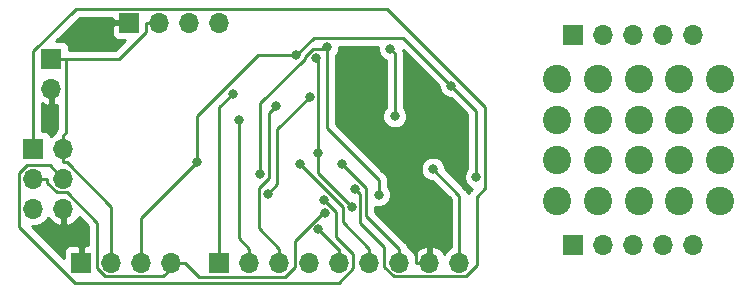
<source format=gbl>
G04 #@! TF.GenerationSoftware,KiCad,Pcbnew,5.0.2-bee76a0~70~ubuntu18.04.1*
G04 #@! TF.CreationDate,2019-02-19T10:43:49+11:00*
G04 #@! TF.ProjectId,BACEE,42414345-452e-46b6-9963-61645f706362,2*
G04 #@! TF.SameCoordinates,Original*
G04 #@! TF.FileFunction,Copper,L2,Bot*
G04 #@! TF.FilePolarity,Positive*
%FSLAX46Y46*%
G04 Gerber Fmt 4.6, Leading zero omitted, Abs format (unit mm)*
G04 Created by KiCad (PCBNEW 5.0.2-bee76a0~70~ubuntu18.04.1) date Tue 19 Feb 2019 10:43:49 AM AEDT*
%MOMM*%
%LPD*%
G01*
G04 APERTURE LIST*
G04 #@! TA.AperFunction,ComponentPad*
%ADD10R,1.700000X1.700000*%
G04 #@! TD*
G04 #@! TA.AperFunction,ComponentPad*
%ADD11O,1.700000X1.700000*%
G04 #@! TD*
G04 #@! TA.AperFunction,ComponentPad*
%ADD12C,2.400000*%
G04 #@! TD*
G04 #@! TA.AperFunction,ViaPad*
%ADD13C,0.800000*%
G04 #@! TD*
G04 #@! TA.AperFunction,Conductor*
%ADD14C,0.250000*%
G04 #@! TD*
G04 #@! TA.AperFunction,Conductor*
%ADD15C,0.254000*%
G04 #@! TD*
G04 APERTURE END LIST*
D10*
G04 #@! TO.P,BT1,1*
G04 #@! TO.N,/Vcc*
X98552000Y-96012000D03*
D11*
G04 #@! TO.P,BT1,2*
G04 #@! TO.N,GND*
X98552000Y-98552000D03*
G04 #@! TD*
G04 #@! TO.P,J2,4*
G04 #@! TO.N,/SCK*
X108712000Y-113284000D03*
G04 #@! TO.P,J2,3*
G04 #@! TO.N,/SDA*
X106172000Y-113284000D03*
G04 #@! TO.P,J2,2*
G04 #@! TO.N,/Vcc*
X103632000Y-113284000D03*
D10*
G04 #@! TO.P,J2,1*
G04 #@! TO.N,GND*
X101092000Y-113284000D03*
G04 #@! TD*
G04 #@! TO.P,J3,1*
G04 #@! TO.N,/D2*
X112776000Y-113284000D03*
D11*
G04 #@! TO.P,J3,2*
G04 #@! TO.N,/D3*
X115316000Y-113284000D03*
G04 #@! TO.P,J3,3*
G04 #@! TO.N,/D4*
X117856000Y-113284000D03*
G04 #@! TO.P,J3,4*
G04 #@! TO.N,/D5*
X120396000Y-113284000D03*
G04 #@! TO.P,J3,5*
G04 #@! TO.N,/D6*
X122936000Y-113284000D03*
G04 #@! TO.P,J3,6*
G04 #@! TO.N,/D7*
X125476000Y-113284000D03*
G04 #@! TO.P,J3,7*
G04 #@! TO.N,/D8*
X128016000Y-113284000D03*
G04 #@! TO.P,J3,8*
G04 #@! TO.N,GND*
X130556000Y-113284000D03*
G04 #@! TO.P,J3,9*
G04 #@! TO.N,/Vcc*
X133096000Y-113284000D03*
G04 #@! TD*
D10*
G04 #@! TO.P,J4,1*
G04 #@! TO.N,GND*
X105156000Y-92964000D03*
D11*
G04 #@! TO.P,J4,2*
G04 #@! TO.N,/Vcc*
X107696000Y-92964000D03*
G04 #@! TO.P,J4,3*
G04 #@! TO.N,/RX*
X110236000Y-92964000D03*
G04 #@! TO.P,J4,4*
G04 #@! TO.N,/TX*
X112776000Y-92964000D03*
G04 #@! TD*
D10*
G04 #@! TO.P,J5,1*
G04 #@! TO.N,/MISO*
X97028000Y-103632000D03*
D11*
G04 #@! TO.P,J5,2*
G04 #@! TO.N,/Vcc*
X99568000Y-103632000D03*
G04 #@! TO.P,J5,3*
G04 #@! TO.N,/SCK*
X97028000Y-106172000D03*
G04 #@! TO.P,J5,4*
G04 #@! TO.N,/MOSI*
X99568000Y-106172000D03*
G04 #@! TO.P,J5,5*
G04 #@! TO.N,/RESET*
X97028000Y-108712000D03*
G04 #@! TO.P,J5,6*
G04 #@! TO.N,GND*
X99568000Y-108712000D03*
G04 #@! TD*
D10*
G04 #@! TO.P,J1,1*
G04 #@! TO.N,GND*
X142748000Y-93980000D03*
D11*
G04 #@! TO.P,J1,2*
X145288000Y-93980000D03*
G04 #@! TO.P,J1,3*
X147828000Y-93980000D03*
G04 #@! TO.P,J1,4*
X150368000Y-93980000D03*
G04 #@! TO.P,J1,5*
X152908000Y-93980000D03*
G04 #@! TD*
G04 #@! TO.P,J6,5*
G04 #@! TO.N,/Vcc*
X152908000Y-111760000D03*
G04 #@! TO.P,J6,4*
X150368000Y-111760000D03*
G04 #@! TO.P,J6,3*
X147828000Y-111760000D03*
G04 #@! TO.P,J6,2*
X145288000Y-111760000D03*
D10*
G04 #@! TO.P,J6,1*
X142748000Y-111760000D03*
G04 #@! TD*
D12*
G04 #@! TO.P,J7,1*
G04 #@! TO.N,Net-(J7-Pad1)*
X141359000Y-101187000D03*
G04 #@! TD*
G04 #@! TO.P,J8,1*
G04 #@! TO.N,Net-(J8-Pad1)*
X144809000Y-101187000D03*
G04 #@! TD*
G04 #@! TO.P,J9,1*
G04 #@! TO.N,Net-(J9-Pad1)*
X141359000Y-104637000D03*
G04 #@! TD*
G04 #@! TO.P,J10,1*
G04 #@! TO.N,Net-(J10-Pad1)*
X148259000Y-97737000D03*
G04 #@! TD*
G04 #@! TO.P,J11,1*
G04 #@! TO.N,Net-(J11-Pad1)*
X144809000Y-104637000D03*
G04 #@! TD*
G04 #@! TO.P,J12,1*
G04 #@! TO.N,Net-(J12-Pad1)*
X148259000Y-101187000D03*
G04 #@! TD*
G04 #@! TO.P,J13,1*
G04 #@! TO.N,Net-(J13-Pad1)*
X141359000Y-108087000D03*
G04 #@! TD*
G04 #@! TO.P,J14,1*
G04 #@! TO.N,Net-(J14-Pad1)*
X151709000Y-97737000D03*
G04 #@! TD*
G04 #@! TO.P,J15,1*
G04 #@! TO.N,Net-(J15-Pad1)*
X141359000Y-97737000D03*
G04 #@! TD*
G04 #@! TO.P,J16,1*
G04 #@! TO.N,Net-(J16-Pad1)*
X148259000Y-104637000D03*
G04 #@! TD*
G04 #@! TO.P,J17,1*
G04 #@! TO.N,Net-(J17-Pad1)*
X151709000Y-101187000D03*
G04 #@! TD*
G04 #@! TO.P,J18,1*
G04 #@! TO.N,Net-(J18-Pad1)*
X155159000Y-97737000D03*
G04 #@! TD*
G04 #@! TO.P,J19,1*
G04 #@! TO.N,Net-(J19-Pad1)*
X148259000Y-108087000D03*
G04 #@! TD*
G04 #@! TO.P,J20,1*
G04 #@! TO.N,Net-(J20-Pad1)*
X151709000Y-104637000D03*
G04 #@! TD*
G04 #@! TO.P,J21,1*
G04 #@! TO.N,Net-(J21-Pad1)*
X155159000Y-101187000D03*
G04 #@! TD*
G04 #@! TO.P,J22,1*
G04 #@! TO.N,Net-(J22-Pad1)*
X151709000Y-108087000D03*
G04 #@! TD*
G04 #@! TO.P,J23,1*
G04 #@! TO.N,Net-(J23-Pad1)*
X155159000Y-104637000D03*
G04 #@! TD*
G04 #@! TO.P,J24,1*
G04 #@! TO.N,Net-(J24-Pad1)*
X155159000Y-108087000D03*
G04 #@! TD*
G04 #@! TO.P,J25,1*
G04 #@! TO.N,Net-(J25-Pad1)*
X144809000Y-108087000D03*
G04 #@! TD*
G04 #@! TO.P,J26,1*
G04 #@! TO.N,Net-(J26-Pad1)*
X144809000Y-97737000D03*
G04 #@! TD*
D13*
G04 #@! TO.N,/Vcc*
X130836700Y-105348200D03*
G04 #@! TO.N,GND*
X126116700Y-101902900D03*
X126709800Y-105356600D03*
G04 #@! TO.N,Net-(C1-Pad1)*
X120950600Y-95966700D03*
X121135400Y-104007400D03*
X123980900Y-108547000D03*
G04 #@! TO.N,Net-(C2-Pad1)*
X126278500Y-107554500D03*
X121894400Y-95007500D03*
X116248300Y-105818000D03*
G04 #@! TO.N,/SCK*
X121687700Y-109068200D03*
G04 #@! TO.N,/SDA*
X119276800Y-95736800D03*
X134516100Y-106045000D03*
X110909200Y-104791400D03*
X132416300Y-98332000D03*
G04 #@! TO.N,/D2*
X113888200Y-98980000D03*
G04 #@! TO.N,/D3*
X114429800Y-101176200D03*
G04 #@! TO.N,/D4*
X117573900Y-100069100D03*
G04 #@! TO.N,/D6*
X121156700Y-110467600D03*
G04 #@! TO.N,/D7*
X119576700Y-104898200D03*
G04 #@! TO.N,/D8*
X123147000Y-104953600D03*
G04 #@! TO.N,/MISO*
X124252500Y-107052000D03*
G04 #@! TO.N,/MOSI*
X121622900Y-107974000D03*
G04 #@! TO.N,/RESET*
X116856800Y-107490300D03*
X120406300Y-99262900D03*
G04 #@! TO.N,/ADDS1*
X127228700Y-95206000D03*
X127603400Y-100892600D03*
G04 #@! TD*
D14*
G04 #@! TO.N,/Vcc*
X133096000Y-113284000D02*
X133096000Y-107607500D01*
X133096000Y-107607500D02*
X130836700Y-105348200D01*
X99568000Y-104807300D02*
X99890600Y-104807300D01*
X99890600Y-104807300D02*
X103632000Y-108548700D01*
X103632000Y-108548700D02*
X103632000Y-113284000D01*
X99568000Y-103632000D02*
X99568000Y-102456700D01*
X99746800Y-96012000D02*
X98552000Y-96012000D01*
X106520700Y-92964000D02*
X106520700Y-93772000D01*
X106520700Y-93772000D02*
X104280700Y-96012000D01*
X104280700Y-96012000D02*
X99746800Y-96012000D01*
X99746800Y-96012000D02*
X99746800Y-102277900D01*
X99746800Y-102277900D02*
X99568000Y-102456700D01*
X99568000Y-103632000D02*
X99568000Y-104807300D01*
X107696000Y-92964000D02*
X106520700Y-92964000D01*
G04 #@! TO.N,GND*
X129380700Y-113284000D02*
X129380700Y-108027500D01*
X129380700Y-108027500D02*
X126709800Y-105356600D01*
X126116700Y-101902900D02*
X126116700Y-104763500D01*
X126116700Y-104763500D02*
X126709800Y-105356600D01*
X99568000Y-108712000D02*
X99568000Y-109887300D01*
X99568000Y-109887300D02*
X101092000Y-111411300D01*
X101092000Y-111411300D02*
X101092000Y-113284000D01*
X130556000Y-113284000D02*
X129380700Y-113284000D01*
G04 #@! TO.N,Net-(C1-Pad1)*
X121135400Y-104007400D02*
X121135400Y-105701500D01*
X121135400Y-105701500D02*
X123980900Y-108547000D01*
X121135400Y-104007400D02*
X121135400Y-96151500D01*
X121135400Y-96151500D02*
X120950600Y-95966700D01*
G04 #@! TO.N,Net-(C2-Pad1)*
X121860800Y-95228000D02*
X121860800Y-101865300D01*
X121860800Y-101865300D02*
X126278500Y-106283000D01*
X126278500Y-106283000D02*
X126278500Y-107554500D01*
X121894400Y-95007500D02*
X121860800Y-95041100D01*
X121860800Y-95041100D02*
X121860800Y-95228000D01*
X116248300Y-105818000D02*
X116248300Y-99791100D01*
X116248300Y-99791100D02*
X120002100Y-96037300D01*
X120002100Y-96037300D02*
X120002100Y-95889500D01*
X120002100Y-95889500D02*
X120663600Y-95228000D01*
X120663600Y-95228000D02*
X121860800Y-95228000D01*
G04 #@! TO.N,/SCK*
X121687700Y-109068200D02*
X121530400Y-109068200D01*
X121530400Y-109068200D02*
X119180400Y-111418200D01*
X119180400Y-111418200D02*
X119180400Y-113645400D01*
X119180400Y-113645400D02*
X118349600Y-114476200D01*
X118349600Y-114476200D02*
X111079500Y-114476200D01*
X111079500Y-114476200D02*
X109887300Y-113284000D01*
X109182700Y-113284000D02*
X108003000Y-114463700D01*
X108003000Y-114463700D02*
X103122000Y-114463700D01*
X103122000Y-114463700D02*
X102433900Y-113775600D01*
X102433900Y-113775600D02*
X102433900Y-109910800D01*
X102433900Y-109910800D02*
X99870400Y-107347300D01*
X99870400Y-107347300D02*
X99011200Y-107347300D01*
X99011200Y-107347300D02*
X98203300Y-106539400D01*
X98203300Y-106539400D02*
X98203300Y-106172000D01*
X97028000Y-106172000D02*
X98203300Y-106172000D01*
X109299700Y-113284000D02*
X109887300Y-113284000D01*
X108712000Y-113284000D02*
X109182700Y-113284000D01*
X109299700Y-113284000D02*
X109182700Y-113284000D01*
G04 #@! TO.N,/SDA*
X119276800Y-95736800D02*
X120760700Y-94252900D01*
X120760700Y-94252900D02*
X128337200Y-94252900D01*
X128337200Y-94252900D02*
X132416300Y-98332000D01*
X110909200Y-104791400D02*
X110909200Y-100870900D01*
X110909200Y-100870900D02*
X116043300Y-95736800D01*
X116043300Y-95736800D02*
X119276800Y-95736800D01*
X106172000Y-112583800D02*
X106172000Y-109528600D01*
X106172000Y-109528600D02*
X110909200Y-104791400D01*
X132416300Y-98332000D02*
X134516100Y-100431800D01*
X134516100Y-100431800D02*
X134516100Y-106045000D01*
X106172000Y-113284000D02*
X106172000Y-112583800D01*
G04 #@! TO.N,/D2*
X113888200Y-98980000D02*
X112776000Y-100092200D01*
X112776000Y-100092200D02*
X112776000Y-112108700D01*
X112776000Y-113284000D02*
X112776000Y-112108700D01*
G04 #@! TO.N,/D3*
X115316000Y-113284000D02*
X115316000Y-112108700D01*
X114429800Y-101176200D02*
X114429800Y-111222500D01*
X114429800Y-111222500D02*
X115316000Y-112108700D01*
G04 #@! TO.N,/D4*
X117856000Y-113284000D02*
X117856000Y-112108700D01*
X117573900Y-100069100D02*
X117000000Y-100643000D01*
X117000000Y-100643000D02*
X117000000Y-106095400D01*
X117000000Y-106095400D02*
X116097100Y-106998300D01*
X116097100Y-106998300D02*
X116097100Y-110349800D01*
X116097100Y-110349800D02*
X117856000Y-112108700D01*
G04 #@! TO.N,/D6*
X122936000Y-113284000D02*
X122936000Y-112108700D01*
X121156700Y-110467600D02*
X122797800Y-112108700D01*
X122797800Y-112108700D02*
X122936000Y-112108700D01*
G04 #@! TO.N,/D7*
X125476000Y-112108700D02*
X123255500Y-109888200D01*
X123255500Y-109888200D02*
X123255500Y-108577000D01*
X123255500Y-108577000D02*
X119576700Y-104898200D01*
X125476000Y-113284000D02*
X125476000Y-112108700D01*
G04 #@! TO.N,/D8*
X128016000Y-112108700D02*
X125221100Y-109313800D01*
X125221100Y-109313800D02*
X125221100Y-106994800D01*
X125221100Y-106994800D02*
X123179900Y-104953600D01*
X123179900Y-104953600D02*
X123147000Y-104953600D01*
X128016000Y-113284000D02*
X128016000Y-112108700D01*
G04 #@! TO.N,/MISO*
X124252500Y-107052000D02*
X124714400Y-107513900D01*
X124714400Y-107513900D02*
X124714400Y-109926700D01*
X124714400Y-109926700D02*
X126746000Y-111958300D01*
X126746000Y-111958300D02*
X126746000Y-113677900D01*
X126746000Y-113677900D02*
X127529000Y-114460900D01*
X127529000Y-114460900D02*
X133617100Y-114460900D01*
X133617100Y-114460900D02*
X134553100Y-113524900D01*
X134553100Y-113524900D02*
X134553100Y-107705600D01*
X134553100Y-107705600D02*
X135282100Y-106976600D01*
X135282100Y-106976600D02*
X135282100Y-100091100D01*
X135282100Y-100091100D02*
X126979600Y-91788600D01*
X126979600Y-91788600D02*
X100609600Y-91788600D01*
X100609600Y-91788600D02*
X97028000Y-95370200D01*
X97028000Y-95370200D02*
X97028000Y-103632000D01*
G04 #@! TO.N,/MOSI*
X121622900Y-107974000D02*
X122645900Y-108997000D01*
X122645900Y-108997000D02*
X122645900Y-111093700D01*
X122645900Y-111093700D02*
X124121400Y-112569200D01*
X124121400Y-112569200D02*
X124121400Y-113785900D01*
X124121400Y-113785900D02*
X122926700Y-114980600D01*
X122926700Y-114980600D02*
X100577300Y-114980600D01*
X100577300Y-114980600D02*
X95834900Y-110238200D01*
X95834900Y-110238200D02*
X95834900Y-105674300D01*
X95834900Y-105674300D02*
X96512600Y-104996600D01*
X96512600Y-104996600D02*
X98392600Y-104996600D01*
X98392600Y-104996600D02*
X99568000Y-106172000D01*
G04 #@! TO.N,/RESET*
X116856800Y-107490300D02*
X117675300Y-106671800D01*
X117675300Y-106671800D02*
X117675300Y-101993900D01*
X117675300Y-101993900D02*
X120406300Y-99262900D01*
G04 #@! TO.N,/ADDS1*
X127228700Y-95206000D02*
X127603400Y-95580700D01*
X127603400Y-95580700D02*
X127603400Y-100892600D01*
G04 #@! TD*
D15*
G04 #@! TO.N,GND*
G36*
X126193700Y-95411874D02*
X126351269Y-95792280D01*
X126642420Y-96083431D01*
X126843400Y-96166680D01*
X126843401Y-100188888D01*
X126725969Y-100306320D01*
X126568400Y-100686726D01*
X126568400Y-101098474D01*
X126725969Y-101478880D01*
X127017120Y-101770031D01*
X127397526Y-101927600D01*
X127809274Y-101927600D01*
X128189680Y-101770031D01*
X128480831Y-101478880D01*
X128638400Y-101098474D01*
X128638400Y-100686726D01*
X128480831Y-100306320D01*
X128363400Y-100188889D01*
X128363400Y-95655548D01*
X128378288Y-95580700D01*
X128363400Y-95505852D01*
X128363400Y-95505848D01*
X128325671Y-95316172D01*
X131381300Y-98371802D01*
X131381300Y-98537874D01*
X131538869Y-98918280D01*
X131830020Y-99209431D01*
X132210426Y-99367000D01*
X132376499Y-99367000D01*
X133756100Y-100746602D01*
X133756101Y-105341288D01*
X133638669Y-105458720D01*
X133481100Y-105839126D01*
X133481100Y-106250874D01*
X133638669Y-106631280D01*
X133929820Y-106922431D01*
X134164331Y-107019568D01*
X134068628Y-107115271D01*
X134005172Y-107157671D01*
X133962772Y-107221127D01*
X133962771Y-107221128D01*
X133837197Y-107409063D01*
X133834307Y-107423591D01*
X133811904Y-107310963D01*
X133811904Y-107310962D01*
X133686329Y-107123027D01*
X133643929Y-107059571D01*
X133580473Y-107017171D01*
X131871700Y-105308399D01*
X131871700Y-105142326D01*
X131714131Y-104761920D01*
X131422980Y-104470769D01*
X131042574Y-104313200D01*
X130630826Y-104313200D01*
X130250420Y-104470769D01*
X129959269Y-104761920D01*
X129801700Y-105142326D01*
X129801700Y-105554074D01*
X129959269Y-105934480D01*
X130250420Y-106225631D01*
X130630826Y-106383200D01*
X130796899Y-106383200D01*
X132336001Y-107922303D01*
X132336000Y-112005822D01*
X132025375Y-112213375D01*
X131812157Y-112532478D01*
X131751183Y-112402642D01*
X131322924Y-112012355D01*
X130912890Y-111842524D01*
X130683000Y-111963845D01*
X130683000Y-113157000D01*
X130703000Y-113157000D01*
X130703000Y-113411000D01*
X130683000Y-113411000D01*
X130683000Y-113431000D01*
X130429000Y-113431000D01*
X130429000Y-113411000D01*
X130409000Y-113411000D01*
X130409000Y-113157000D01*
X130429000Y-113157000D01*
X130429000Y-111963845D01*
X130199110Y-111842524D01*
X129789076Y-112012355D01*
X129360817Y-112402642D01*
X129299843Y-112532478D01*
X129086625Y-112213375D01*
X128769571Y-112001526D01*
X128731904Y-111812163D01*
X128661618Y-111706972D01*
X128606329Y-111624226D01*
X128606327Y-111624224D01*
X128563929Y-111560771D01*
X128500476Y-111518373D01*
X125981100Y-108998999D01*
X125981100Y-108551589D01*
X126072626Y-108589500D01*
X126484374Y-108589500D01*
X126864780Y-108431931D01*
X127155931Y-108140780D01*
X127313500Y-107760374D01*
X127313500Y-107348626D01*
X127155931Y-106968220D01*
X127038500Y-106850789D01*
X127038500Y-106357846D01*
X127053388Y-106282999D01*
X127038500Y-106208152D01*
X127038500Y-106208148D01*
X126994404Y-105986463D01*
X126826429Y-105735071D01*
X126762973Y-105692671D01*
X122620800Y-101550499D01*
X122620800Y-95744811D01*
X122771831Y-95593780D01*
X122929400Y-95213374D01*
X122929400Y-95012900D01*
X126193700Y-95012900D01*
X126193700Y-95411874D01*
X126193700Y-95411874D01*
G37*
X126193700Y-95411874D02*
X126351269Y-95792280D01*
X126642420Y-96083431D01*
X126843400Y-96166680D01*
X126843401Y-100188888D01*
X126725969Y-100306320D01*
X126568400Y-100686726D01*
X126568400Y-101098474D01*
X126725969Y-101478880D01*
X127017120Y-101770031D01*
X127397526Y-101927600D01*
X127809274Y-101927600D01*
X128189680Y-101770031D01*
X128480831Y-101478880D01*
X128638400Y-101098474D01*
X128638400Y-100686726D01*
X128480831Y-100306320D01*
X128363400Y-100188889D01*
X128363400Y-95655548D01*
X128378288Y-95580700D01*
X128363400Y-95505852D01*
X128363400Y-95505848D01*
X128325671Y-95316172D01*
X131381300Y-98371802D01*
X131381300Y-98537874D01*
X131538869Y-98918280D01*
X131830020Y-99209431D01*
X132210426Y-99367000D01*
X132376499Y-99367000D01*
X133756100Y-100746602D01*
X133756101Y-105341288D01*
X133638669Y-105458720D01*
X133481100Y-105839126D01*
X133481100Y-106250874D01*
X133638669Y-106631280D01*
X133929820Y-106922431D01*
X134164331Y-107019568D01*
X134068628Y-107115271D01*
X134005172Y-107157671D01*
X133962772Y-107221127D01*
X133962771Y-107221128D01*
X133837197Y-107409063D01*
X133834307Y-107423591D01*
X133811904Y-107310963D01*
X133811904Y-107310962D01*
X133686329Y-107123027D01*
X133643929Y-107059571D01*
X133580473Y-107017171D01*
X131871700Y-105308399D01*
X131871700Y-105142326D01*
X131714131Y-104761920D01*
X131422980Y-104470769D01*
X131042574Y-104313200D01*
X130630826Y-104313200D01*
X130250420Y-104470769D01*
X129959269Y-104761920D01*
X129801700Y-105142326D01*
X129801700Y-105554074D01*
X129959269Y-105934480D01*
X130250420Y-106225631D01*
X130630826Y-106383200D01*
X130796899Y-106383200D01*
X132336001Y-107922303D01*
X132336000Y-112005822D01*
X132025375Y-112213375D01*
X131812157Y-112532478D01*
X131751183Y-112402642D01*
X131322924Y-112012355D01*
X130912890Y-111842524D01*
X130683000Y-111963845D01*
X130683000Y-113157000D01*
X130703000Y-113157000D01*
X130703000Y-113411000D01*
X130683000Y-113411000D01*
X130683000Y-113431000D01*
X130429000Y-113431000D01*
X130429000Y-113411000D01*
X130409000Y-113411000D01*
X130409000Y-113157000D01*
X130429000Y-113157000D01*
X130429000Y-111963845D01*
X130199110Y-111842524D01*
X129789076Y-112012355D01*
X129360817Y-112402642D01*
X129299843Y-112532478D01*
X129086625Y-112213375D01*
X128769571Y-112001526D01*
X128731904Y-111812163D01*
X128661618Y-111706972D01*
X128606329Y-111624226D01*
X128606327Y-111624224D01*
X128563929Y-111560771D01*
X128500476Y-111518373D01*
X125981100Y-108998999D01*
X125981100Y-108551589D01*
X126072626Y-108589500D01*
X126484374Y-108589500D01*
X126864780Y-108431931D01*
X127155931Y-108140780D01*
X127313500Y-107760374D01*
X127313500Y-107348626D01*
X127155931Y-106968220D01*
X127038500Y-106850789D01*
X127038500Y-106357846D01*
X127053388Y-106282999D01*
X127038500Y-106208152D01*
X127038500Y-106208148D01*
X126994404Y-105986463D01*
X126826429Y-105735071D01*
X126762973Y-105692671D01*
X122620800Y-101550499D01*
X122620800Y-95744811D01*
X122771831Y-95593780D01*
X122929400Y-95213374D01*
X122929400Y-95012900D01*
X126193700Y-95012900D01*
X126193700Y-95411874D01*
G36*
X99695000Y-108585000D02*
X99715000Y-108585000D01*
X99715000Y-108839000D01*
X99695000Y-108839000D01*
X99695000Y-110032819D01*
X99924892Y-110153486D01*
X100449358Y-109907183D01*
X100839645Y-109478924D01*
X100865295Y-109416997D01*
X101673901Y-110225604D01*
X101673901Y-111799000D01*
X101377750Y-111799000D01*
X101219000Y-111957750D01*
X101219000Y-113157000D01*
X101239000Y-113157000D01*
X101239000Y-113411000D01*
X101219000Y-113411000D01*
X101219000Y-113431000D01*
X100965000Y-113431000D01*
X100965000Y-113411000D01*
X100945000Y-113411000D01*
X100945000Y-113157000D01*
X100965000Y-113157000D01*
X100965000Y-111957750D01*
X100806250Y-111799000D01*
X100115690Y-111799000D01*
X99882301Y-111895673D01*
X99703673Y-112074302D01*
X99607000Y-112307691D01*
X99607000Y-112935498D01*
X96865213Y-110193712D01*
X96881744Y-110197000D01*
X97174256Y-110197000D01*
X97607418Y-110110839D01*
X98098625Y-109782625D01*
X98299353Y-109482214D01*
X98686642Y-109907183D01*
X99211108Y-110153486D01*
X99441000Y-110032819D01*
X99441000Y-108839000D01*
X99421000Y-108839000D01*
X99421000Y-108585000D01*
X99441000Y-108585000D01*
X99441000Y-108565000D01*
X99695000Y-108565000D01*
X99695000Y-108585000D01*
X99695000Y-108585000D01*
G37*
X99695000Y-108585000D02*
X99715000Y-108585000D01*
X99715000Y-108839000D01*
X99695000Y-108839000D01*
X99695000Y-110032819D01*
X99924892Y-110153486D01*
X100449358Y-109907183D01*
X100839645Y-109478924D01*
X100865295Y-109416997D01*
X101673901Y-110225604D01*
X101673901Y-111799000D01*
X101377750Y-111799000D01*
X101219000Y-111957750D01*
X101219000Y-113157000D01*
X101239000Y-113157000D01*
X101239000Y-113411000D01*
X101219000Y-113411000D01*
X101219000Y-113431000D01*
X100965000Y-113431000D01*
X100965000Y-113411000D01*
X100945000Y-113411000D01*
X100945000Y-113157000D01*
X100965000Y-113157000D01*
X100965000Y-111957750D01*
X100806250Y-111799000D01*
X100115690Y-111799000D01*
X99882301Y-111895673D01*
X99703673Y-112074302D01*
X99607000Y-112307691D01*
X99607000Y-112935498D01*
X96865213Y-110193712D01*
X96881744Y-110197000D01*
X97174256Y-110197000D01*
X97607418Y-110110839D01*
X98098625Y-109782625D01*
X98299353Y-109482214D01*
X98686642Y-109907183D01*
X99211108Y-110153486D01*
X99441000Y-110032819D01*
X99441000Y-108839000D01*
X99421000Y-108839000D01*
X99421000Y-108585000D01*
X99441000Y-108585000D01*
X99441000Y-108565000D01*
X99695000Y-108565000D01*
X99695000Y-108585000D01*
G36*
X98679000Y-98425000D02*
X98699000Y-98425000D01*
X98699000Y-98679000D01*
X98679000Y-98679000D01*
X98679000Y-99872819D01*
X98908892Y-99993486D01*
X98986801Y-99956898D01*
X98986801Y-101958565D01*
X98977672Y-101972227D01*
X98977671Y-101972228D01*
X98852097Y-102160163D01*
X98814430Y-102349525D01*
X98497375Y-102561375D01*
X98485184Y-102579619D01*
X98476157Y-102534235D01*
X98335809Y-102324191D01*
X98125765Y-102183843D01*
X97878000Y-102134560D01*
X97788000Y-102134560D01*
X97788000Y-99802297D01*
X98195108Y-99993486D01*
X98425000Y-99872819D01*
X98425000Y-98679000D01*
X98405000Y-98679000D01*
X98405000Y-98425000D01*
X98425000Y-98425000D01*
X98425000Y-98405000D01*
X98679000Y-98405000D01*
X98679000Y-98425000D01*
X98679000Y-98425000D01*
G37*
X98679000Y-98425000D02*
X98699000Y-98425000D01*
X98699000Y-98679000D01*
X98679000Y-98679000D01*
X98679000Y-99872819D01*
X98908892Y-99993486D01*
X98986801Y-99956898D01*
X98986801Y-101958565D01*
X98977672Y-101972227D01*
X98977671Y-101972228D01*
X98852097Y-102160163D01*
X98814430Y-102349525D01*
X98497375Y-102561375D01*
X98485184Y-102579619D01*
X98476157Y-102534235D01*
X98335809Y-102324191D01*
X98125765Y-102183843D01*
X97878000Y-102134560D01*
X97788000Y-102134560D01*
X97788000Y-99802297D01*
X98195108Y-99993486D01*
X98425000Y-99872819D01*
X98425000Y-98679000D01*
X98405000Y-98679000D01*
X98405000Y-98425000D01*
X98425000Y-98425000D01*
X98425000Y-98405000D01*
X98679000Y-98405000D01*
X98679000Y-98425000D01*
G36*
X103671000Y-92678250D02*
X103829750Y-92837000D01*
X105029000Y-92837000D01*
X105029000Y-92817000D01*
X105283000Y-92817000D01*
X105283000Y-92837000D01*
X105303000Y-92837000D01*
X105303000Y-93091000D01*
X105283000Y-93091000D01*
X105283000Y-93111000D01*
X105029000Y-93111000D01*
X105029000Y-93091000D01*
X103829750Y-93091000D01*
X103671000Y-93249750D01*
X103671000Y-93940309D01*
X103767673Y-94173698D01*
X103946301Y-94352327D01*
X104179690Y-94449000D01*
X104768898Y-94449000D01*
X103965899Y-95252000D01*
X100049440Y-95252000D01*
X100049440Y-95162000D01*
X100000157Y-94914235D01*
X99859809Y-94704191D01*
X99649765Y-94563843D01*
X99402000Y-94514560D01*
X98958442Y-94514560D01*
X100924403Y-92548600D01*
X103671000Y-92548600D01*
X103671000Y-92678250D01*
X103671000Y-92678250D01*
G37*
X103671000Y-92678250D02*
X103829750Y-92837000D01*
X105029000Y-92837000D01*
X105029000Y-92817000D01*
X105283000Y-92817000D01*
X105283000Y-92837000D01*
X105303000Y-92837000D01*
X105303000Y-93091000D01*
X105283000Y-93091000D01*
X105283000Y-93111000D01*
X105029000Y-93111000D01*
X105029000Y-93091000D01*
X103829750Y-93091000D01*
X103671000Y-93249750D01*
X103671000Y-93940309D01*
X103767673Y-94173698D01*
X103946301Y-94352327D01*
X104179690Y-94449000D01*
X104768898Y-94449000D01*
X103965899Y-95252000D01*
X100049440Y-95252000D01*
X100049440Y-95162000D01*
X100000157Y-94914235D01*
X99859809Y-94704191D01*
X99649765Y-94563843D01*
X99402000Y-94514560D01*
X98958442Y-94514560D01*
X100924403Y-92548600D01*
X103671000Y-92548600D01*
X103671000Y-92678250D01*
G04 #@! TD*
M02*

</source>
